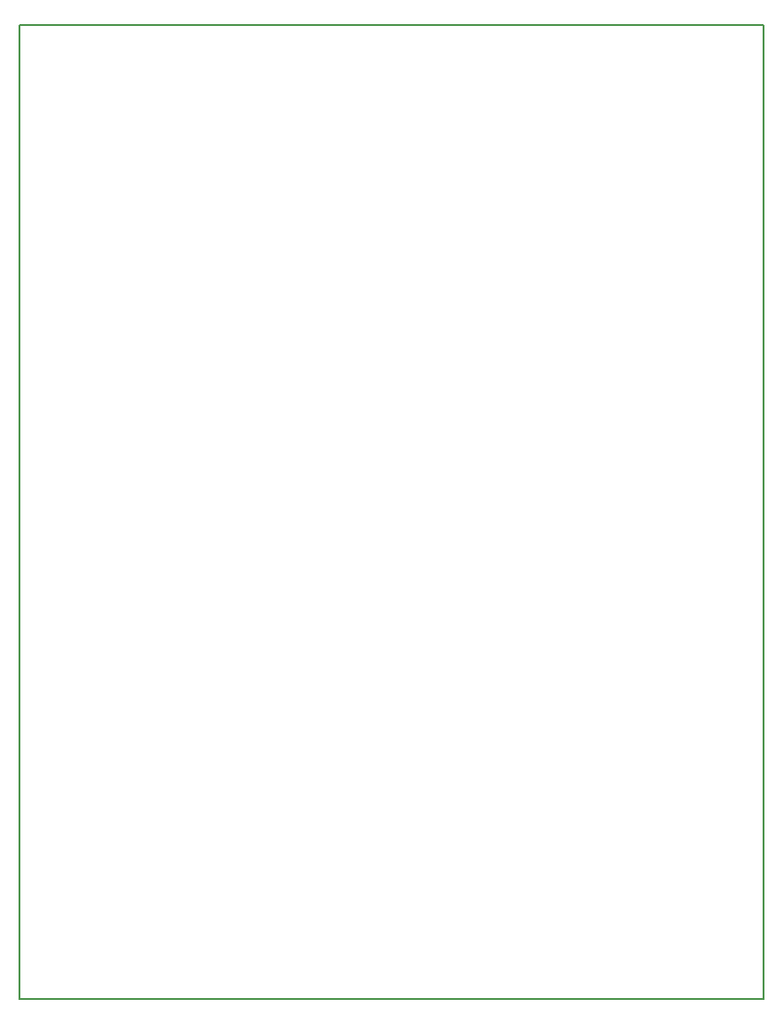
<source format=gbr>
G04 #@! TF.FileFunction,Profile,NP*
%FSLAX46Y46*%
G04 Gerber Fmt 4.6, Leading zero omitted, Abs format (unit mm)*
G04 Created by KiCad (PCBNEW 4.0.7) date 03/20/20 09:01:08*
%MOMM*%
%LPD*%
G01*
G04 APERTURE LIST*
%ADD10C,0.100000*%
%ADD11C,0.150000*%
G04 APERTURE END LIST*
D10*
D11*
X111000000Y-150000000D02*
X111000000Y-61000000D01*
X179000000Y-150000000D02*
X111000000Y-150000000D01*
X179000000Y-61000000D02*
X179000000Y-150000000D01*
X111000000Y-61000000D02*
X179000000Y-61000000D01*
M02*

</source>
